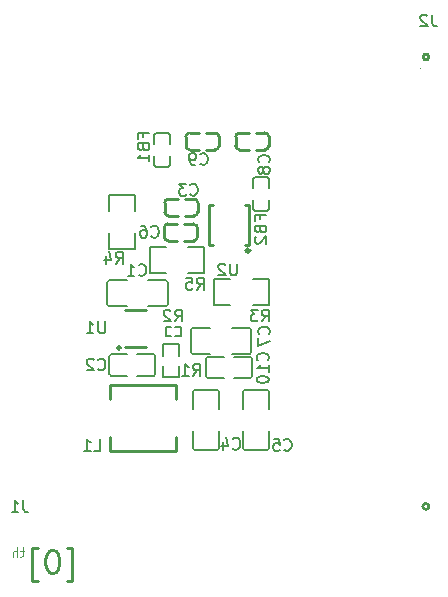
<source format=gbo>
G04 #@! TF.GenerationSoftware,KiCad,Pcbnew,7.0.5-0*
G04 #@! TF.CreationDate,2024-12-03T11:17:58-08:00*
G04 #@! TF.ProjectId,MilkVHat,4d696c6b-5648-4617-942e-6b696361645f,rev?*
G04 #@! TF.SameCoordinates,PX5f5e100PY5f5e100*
G04 #@! TF.FileFunction,Legend,Bot*
G04 #@! TF.FilePolarity,Positive*
%FSLAX46Y46*%
G04 Gerber Fmt 4.6, Leading zero omitted, Abs format (unit mm)*
G04 Created by KiCad (PCBNEW 7.0.5-0) date 2024-12-03 11:17:58*
%MOMM*%
%LPD*%
G01*
G04 APERTURE LIST*
%ADD10C,0.250000*%
%ADD11C,0.110000*%
%ADD12C,0.150000*%
%ADD13C,0.152400*%
%ADD14C,0.151994*%
%ADD15C,0.254000*%
%ADD16C,0.059995*%
%ADD17C,0.300000*%
G04 APERTURE END LIST*
D10*
X8312907Y1541095D02*
X8789098Y1541095D01*
X8789098Y1541095D02*
X8789098Y4398238D01*
X8789098Y4398238D02*
X8312907Y4398238D01*
X7170051Y4207761D02*
X6979574Y4207761D01*
X6979574Y4207761D02*
X6789098Y4112523D01*
X6789098Y4112523D02*
X6693860Y4017285D01*
X6693860Y4017285D02*
X6598622Y3826809D01*
X6598622Y3826809D02*
X6503384Y3445857D01*
X6503384Y3445857D02*
X6503384Y2969666D01*
X6503384Y2969666D02*
X6598622Y2588714D01*
X6598622Y2588714D02*
X6693860Y2398238D01*
X6693860Y2398238D02*
X6789098Y2302999D01*
X6789098Y2302999D02*
X6979574Y2207761D01*
X6979574Y2207761D02*
X7170051Y2207761D01*
X7170051Y2207761D02*
X7360527Y2302999D01*
X7360527Y2302999D02*
X7455765Y2398238D01*
X7455765Y2398238D02*
X7551003Y2588714D01*
X7551003Y2588714D02*
X7646241Y2969666D01*
X7646241Y2969666D02*
X7646241Y3445857D01*
X7646241Y3445857D02*
X7551003Y3826809D01*
X7551003Y3826809D02*
X7455765Y4017285D01*
X7455765Y4017285D02*
X7360527Y4112523D01*
X7360527Y4112523D02*
X7170051Y4207761D01*
X5836717Y1541095D02*
X5360527Y1541095D01*
X5360527Y1541095D02*
X5360527Y4398238D01*
X5360527Y4398238D02*
X5836717Y4398238D01*
D11*
X4676441Y4136958D02*
X4371679Y4136958D01*
X4562155Y4403624D02*
X4562155Y3717910D01*
X4562155Y3717910D02*
X4524060Y3641719D01*
X4524060Y3641719D02*
X4447870Y3603624D01*
X4447870Y3603624D02*
X4371679Y3603624D01*
X4105012Y3603624D02*
X4105012Y4403624D01*
X3762155Y3603624D02*
X3762155Y4022672D01*
X3762155Y4022672D02*
X3800250Y4098862D01*
X3800250Y4098862D02*
X3876441Y4136958D01*
X3876441Y4136958D02*
X3990727Y4136958D01*
X3990727Y4136958D02*
X4066917Y4098862D01*
X4066917Y4098862D02*
X4105012Y4060767D01*
D12*
X14781009Y39133334D02*
X14781009Y39466667D01*
X15304819Y39466667D02*
X14304819Y39466667D01*
X14304819Y39466667D02*
X14304819Y38990477D01*
X14781009Y38276191D02*
X14828628Y38133334D01*
X14828628Y38133334D02*
X14876247Y38085715D01*
X14876247Y38085715D02*
X14971485Y38038096D01*
X14971485Y38038096D02*
X15114342Y38038096D01*
X15114342Y38038096D02*
X15209580Y38085715D01*
X15209580Y38085715D02*
X15257200Y38133334D01*
X15257200Y38133334D02*
X15304819Y38228572D01*
X15304819Y38228572D02*
X15304819Y38609524D01*
X15304819Y38609524D02*
X14304819Y38609524D01*
X14304819Y38609524D02*
X14304819Y38276191D01*
X14304819Y38276191D02*
X14352438Y38180953D01*
X14352438Y38180953D02*
X14400057Y38133334D01*
X14400057Y38133334D02*
X14495295Y38085715D01*
X14495295Y38085715D02*
X14590533Y38085715D01*
X14590533Y38085715D02*
X14685771Y38133334D01*
X14685771Y38133334D02*
X14733390Y38180953D01*
X14733390Y38180953D02*
X14781009Y38276191D01*
X14781009Y38276191D02*
X14781009Y38609524D01*
X15304819Y37085715D02*
X15304819Y37657143D01*
X15304819Y37371429D02*
X14304819Y37371429D01*
X14304819Y37371429D02*
X14447676Y37466667D01*
X14447676Y37466667D02*
X14542914Y37561905D01*
X14542914Y37561905D02*
X14590533Y37657143D01*
X18766666Y34290420D02*
X18814285Y34242800D01*
X18814285Y34242800D02*
X18957142Y34195181D01*
X18957142Y34195181D02*
X19052380Y34195181D01*
X19052380Y34195181D02*
X19195237Y34242800D01*
X19195237Y34242800D02*
X19290475Y34338039D01*
X19290475Y34338039D02*
X19338094Y34433277D01*
X19338094Y34433277D02*
X19385713Y34623753D01*
X19385713Y34623753D02*
X19385713Y34766610D01*
X19385713Y34766610D02*
X19338094Y34957086D01*
X19338094Y34957086D02*
X19290475Y35052324D01*
X19290475Y35052324D02*
X19195237Y35147562D01*
X19195237Y35147562D02*
X19052380Y35195181D01*
X19052380Y35195181D02*
X18957142Y35195181D01*
X18957142Y35195181D02*
X18814285Y35147562D01*
X18814285Y35147562D02*
X18766666Y35099943D01*
X18433332Y35195181D02*
X17814285Y35195181D01*
X17814285Y35195181D02*
X18147618Y34814229D01*
X18147618Y34814229D02*
X18004761Y34814229D01*
X18004761Y34814229D02*
X17909523Y34766610D01*
X17909523Y34766610D02*
X17861904Y34718991D01*
X17861904Y34718991D02*
X17814285Y34623753D01*
X17814285Y34623753D02*
X17814285Y34385658D01*
X17814285Y34385658D02*
X17861904Y34290420D01*
X17861904Y34290420D02*
X17909523Y34242800D01*
X17909523Y34242800D02*
X18004761Y34195181D01*
X18004761Y34195181D02*
X18290475Y34195181D01*
X18290475Y34195181D02*
X18385713Y34242800D01*
X18385713Y34242800D02*
X18433332Y34290420D01*
X24816666Y23545181D02*
X25149999Y24021372D01*
X25388094Y23545181D02*
X25388094Y24545181D01*
X25388094Y24545181D02*
X25007142Y24545181D01*
X25007142Y24545181D02*
X24911904Y24497562D01*
X24911904Y24497562D02*
X24864285Y24449943D01*
X24864285Y24449943D02*
X24816666Y24354705D01*
X24816666Y24354705D02*
X24816666Y24211848D01*
X24816666Y24211848D02*
X24864285Y24116610D01*
X24864285Y24116610D02*
X24911904Y24068991D01*
X24911904Y24068991D02*
X25007142Y24021372D01*
X25007142Y24021372D02*
X25388094Y24021372D01*
X24483332Y24545181D02*
X23864285Y24545181D01*
X23864285Y24545181D02*
X24197618Y24164229D01*
X24197618Y24164229D02*
X24054761Y24164229D01*
X24054761Y24164229D02*
X23959523Y24116610D01*
X23959523Y24116610D02*
X23911904Y24068991D01*
X23911904Y24068991D02*
X23864285Y23973753D01*
X23864285Y23973753D02*
X23864285Y23735658D01*
X23864285Y23735658D02*
X23911904Y23640420D01*
X23911904Y23640420D02*
X23959523Y23592800D01*
X23959523Y23592800D02*
X24054761Y23545181D01*
X24054761Y23545181D02*
X24340475Y23545181D01*
X24340475Y23545181D02*
X24435713Y23592800D01*
X24435713Y23592800D02*
X24483332Y23640420D01*
X19016666Y18945181D02*
X19349999Y19421372D01*
X19588094Y18945181D02*
X19588094Y19945181D01*
X19588094Y19945181D02*
X19207142Y19945181D01*
X19207142Y19945181D02*
X19111904Y19897562D01*
X19111904Y19897562D02*
X19064285Y19849943D01*
X19064285Y19849943D02*
X19016666Y19754705D01*
X19016666Y19754705D02*
X19016666Y19611848D01*
X19016666Y19611848D02*
X19064285Y19516610D01*
X19064285Y19516610D02*
X19111904Y19468991D01*
X19111904Y19468991D02*
X19207142Y19421372D01*
X19207142Y19421372D02*
X19588094Y19421372D01*
X18064285Y18945181D02*
X18635713Y18945181D01*
X18349999Y18945181D02*
X18349999Y19945181D01*
X18349999Y19945181D02*
X18445237Y19802324D01*
X18445237Y19802324D02*
X18540475Y19707086D01*
X18540475Y19707086D02*
X18635713Y19659467D01*
X26716666Y12690420D02*
X26764285Y12642800D01*
X26764285Y12642800D02*
X26907142Y12595181D01*
X26907142Y12595181D02*
X27002380Y12595181D01*
X27002380Y12595181D02*
X27145237Y12642800D01*
X27145237Y12642800D02*
X27240475Y12738039D01*
X27240475Y12738039D02*
X27288094Y12833277D01*
X27288094Y12833277D02*
X27335713Y13023753D01*
X27335713Y13023753D02*
X27335713Y13166610D01*
X27335713Y13166610D02*
X27288094Y13357086D01*
X27288094Y13357086D02*
X27240475Y13452324D01*
X27240475Y13452324D02*
X27145237Y13547562D01*
X27145237Y13547562D02*
X27002380Y13595181D01*
X27002380Y13595181D02*
X26907142Y13595181D01*
X26907142Y13595181D02*
X26764285Y13547562D01*
X26764285Y13547562D02*
X26716666Y13499943D01*
X25811904Y13595181D02*
X26288094Y13595181D01*
X26288094Y13595181D02*
X26335713Y13118991D01*
X26335713Y13118991D02*
X26288094Y13166610D01*
X26288094Y13166610D02*
X26192856Y13214229D01*
X26192856Y13214229D02*
X25954761Y13214229D01*
X25954761Y13214229D02*
X25859523Y13166610D01*
X25859523Y13166610D02*
X25811904Y13118991D01*
X25811904Y13118991D02*
X25764285Y13023753D01*
X25764285Y13023753D02*
X25764285Y12785658D01*
X25764285Y12785658D02*
X25811904Y12690420D01*
X25811904Y12690420D02*
X25859523Y12642800D01*
X25859523Y12642800D02*
X25954761Y12595181D01*
X25954761Y12595181D02*
X26192856Y12595181D01*
X26192856Y12595181D02*
X26288094Y12642800D01*
X26288094Y12642800D02*
X26335713Y12690420D01*
X10966666Y19490419D02*
X11014285Y19442799D01*
X11014285Y19442799D02*
X11157142Y19395180D01*
X11157142Y19395180D02*
X11252380Y19395180D01*
X11252380Y19395180D02*
X11395237Y19442799D01*
X11395237Y19442799D02*
X11490475Y19538038D01*
X11490475Y19538038D02*
X11538094Y19633276D01*
X11538094Y19633276D02*
X11585713Y19823752D01*
X11585713Y19823752D02*
X11585713Y19966609D01*
X11585713Y19966609D02*
X11538094Y20157085D01*
X11538094Y20157085D02*
X11490475Y20252323D01*
X11490475Y20252323D02*
X11395237Y20347561D01*
X11395237Y20347561D02*
X11252380Y20395180D01*
X11252380Y20395180D02*
X11157142Y20395180D01*
X11157142Y20395180D02*
X11014285Y20347561D01*
X11014285Y20347561D02*
X10966666Y20299942D01*
X10585713Y20299942D02*
X10538094Y20347561D01*
X10538094Y20347561D02*
X10442856Y20395180D01*
X10442856Y20395180D02*
X10204761Y20395180D01*
X10204761Y20395180D02*
X10109523Y20347561D01*
X10109523Y20347561D02*
X10061904Y20299942D01*
X10061904Y20299942D02*
X10014285Y20204704D01*
X10014285Y20204704D02*
X10014285Y20109466D01*
X10014285Y20109466D02*
X10061904Y19966609D01*
X10061904Y19966609D02*
X10633332Y19395180D01*
X10633332Y19395180D02*
X10014285Y19395180D01*
X10616666Y12595180D02*
X11092856Y12595180D01*
X11092856Y12595180D02*
X11092856Y13595180D01*
X9759523Y12595180D02*
X10330951Y12595180D01*
X10045237Y12595180D02*
X10045237Y13595180D01*
X10045237Y13595180D02*
X10140475Y13452323D01*
X10140475Y13452323D02*
X10235713Y13357085D01*
X10235713Y13357085D02*
X10330951Y13309466D01*
X25309580Y20242858D02*
X25357200Y20290477D01*
X25357200Y20290477D02*
X25404819Y20433334D01*
X25404819Y20433334D02*
X25404819Y20528572D01*
X25404819Y20528572D02*
X25357200Y20671429D01*
X25357200Y20671429D02*
X25261961Y20766667D01*
X25261961Y20766667D02*
X25166723Y20814286D01*
X25166723Y20814286D02*
X24976247Y20861905D01*
X24976247Y20861905D02*
X24833390Y20861905D01*
X24833390Y20861905D02*
X24642914Y20814286D01*
X24642914Y20814286D02*
X24547676Y20766667D01*
X24547676Y20766667D02*
X24452438Y20671429D01*
X24452438Y20671429D02*
X24404819Y20528572D01*
X24404819Y20528572D02*
X24404819Y20433334D01*
X24404819Y20433334D02*
X24452438Y20290477D01*
X24452438Y20290477D02*
X24500057Y20242858D01*
X25404819Y19290477D02*
X25404819Y19861905D01*
X25404819Y19576191D02*
X24404819Y19576191D01*
X24404819Y19576191D02*
X24547676Y19671429D01*
X24547676Y19671429D02*
X24642914Y19766667D01*
X24642914Y19766667D02*
X24690533Y19861905D01*
X24404819Y18671429D02*
X24404819Y18576191D01*
X24404819Y18576191D02*
X24452438Y18480953D01*
X24452438Y18480953D02*
X24500057Y18433334D01*
X24500057Y18433334D02*
X24595295Y18385715D01*
X24595295Y18385715D02*
X24785771Y18338096D01*
X24785771Y18338096D02*
X25023866Y18338096D01*
X25023866Y18338096D02*
X25214342Y18385715D01*
X25214342Y18385715D02*
X25309580Y18433334D01*
X25309580Y18433334D02*
X25357200Y18480953D01*
X25357200Y18480953D02*
X25404819Y18576191D01*
X25404819Y18576191D02*
X25404819Y18671429D01*
X25404819Y18671429D02*
X25357200Y18766667D01*
X25357200Y18766667D02*
X25309580Y18814286D01*
X25309580Y18814286D02*
X25214342Y18861905D01*
X25214342Y18861905D02*
X25023866Y18909524D01*
X25023866Y18909524D02*
X24785771Y18909524D01*
X24785771Y18909524D02*
X24595295Y18861905D01*
X24595295Y18861905D02*
X24500057Y18814286D01*
X24500057Y18814286D02*
X24452438Y18766667D01*
X24452438Y18766667D02*
X24404819Y18671429D01*
X11561904Y23545180D02*
X11561904Y22735657D01*
X11561904Y22735657D02*
X11514285Y22640419D01*
X11514285Y22640419D02*
X11466666Y22592799D01*
X11466666Y22592799D02*
X11371428Y22545180D01*
X11371428Y22545180D02*
X11180952Y22545180D01*
X11180952Y22545180D02*
X11085714Y22592799D01*
X11085714Y22592799D02*
X11038095Y22640419D01*
X11038095Y22640419D02*
X10990476Y22735657D01*
X10990476Y22735657D02*
X10990476Y23545180D01*
X9990476Y22545180D02*
X10561904Y22545180D01*
X10276190Y22545180D02*
X10276190Y23545180D01*
X10276190Y23545180D02*
X10371428Y23402323D01*
X10371428Y23402323D02*
X10466666Y23307085D01*
X10466666Y23307085D02*
X10561904Y23259466D01*
X22711904Y28445181D02*
X22711904Y27635658D01*
X22711904Y27635658D02*
X22664285Y27540420D01*
X22664285Y27540420D02*
X22616666Y27492800D01*
X22616666Y27492800D02*
X22521428Y27445181D01*
X22521428Y27445181D02*
X22330952Y27445181D01*
X22330952Y27445181D02*
X22235714Y27492800D01*
X22235714Y27492800D02*
X22188095Y27540420D01*
X22188095Y27540420D02*
X22140476Y27635658D01*
X22140476Y27635658D02*
X22140476Y28445181D01*
X21711904Y28349943D02*
X21664285Y28397562D01*
X21664285Y28397562D02*
X21569047Y28445181D01*
X21569047Y28445181D02*
X21330952Y28445181D01*
X21330952Y28445181D02*
X21235714Y28397562D01*
X21235714Y28397562D02*
X21188095Y28349943D01*
X21188095Y28349943D02*
X21140476Y28254705D01*
X21140476Y28254705D02*
X21140476Y28159467D01*
X21140476Y28159467D02*
X21188095Y28016610D01*
X21188095Y28016610D02*
X21759523Y27445181D01*
X21759523Y27445181D02*
X21140476Y27445181D01*
X39239333Y49520309D02*
X39239333Y48806024D01*
X39239333Y48806024D02*
X39286952Y48663167D01*
X39286952Y48663167D02*
X39382190Y48567928D01*
X39382190Y48567928D02*
X39525047Y48520309D01*
X39525047Y48520309D02*
X39620285Y48520309D01*
X38810761Y49425071D02*
X38763142Y49472690D01*
X38763142Y49472690D02*
X38667904Y49520309D01*
X38667904Y49520309D02*
X38429809Y49520309D01*
X38429809Y49520309D02*
X38334571Y49472690D01*
X38334571Y49472690D02*
X38286952Y49425071D01*
X38286952Y49425071D02*
X38239333Y49329833D01*
X38239333Y49329833D02*
X38239333Y49234595D01*
X38239333Y49234595D02*
X38286952Y49091738D01*
X38286952Y49091738D02*
X38858380Y48520309D01*
X38858380Y48520309D02*
X38239333Y48520309D01*
X24681009Y32183334D02*
X24681009Y32516667D01*
X25204819Y32516667D02*
X24204819Y32516667D01*
X24204819Y32516667D02*
X24204819Y32040477D01*
X24681009Y31326191D02*
X24728628Y31183334D01*
X24728628Y31183334D02*
X24776247Y31135715D01*
X24776247Y31135715D02*
X24871485Y31088096D01*
X24871485Y31088096D02*
X25014342Y31088096D01*
X25014342Y31088096D02*
X25109580Y31135715D01*
X25109580Y31135715D02*
X25157200Y31183334D01*
X25157200Y31183334D02*
X25204819Y31278572D01*
X25204819Y31278572D02*
X25204819Y31659524D01*
X25204819Y31659524D02*
X24204819Y31659524D01*
X24204819Y31659524D02*
X24204819Y31326191D01*
X24204819Y31326191D02*
X24252438Y31230953D01*
X24252438Y31230953D02*
X24300057Y31183334D01*
X24300057Y31183334D02*
X24395295Y31135715D01*
X24395295Y31135715D02*
X24490533Y31135715D01*
X24490533Y31135715D02*
X24585771Y31183334D01*
X24585771Y31183334D02*
X24633390Y31230953D01*
X24633390Y31230953D02*
X24681009Y31326191D01*
X24681009Y31326191D02*
X24681009Y31659524D01*
X24300057Y30707143D02*
X24252438Y30659524D01*
X24252438Y30659524D02*
X24204819Y30564286D01*
X24204819Y30564286D02*
X24204819Y30326191D01*
X24204819Y30326191D02*
X24252438Y30230953D01*
X24252438Y30230953D02*
X24300057Y30183334D01*
X24300057Y30183334D02*
X24395295Y30135715D01*
X24395295Y30135715D02*
X24490533Y30135715D01*
X24490533Y30135715D02*
X24633390Y30183334D01*
X24633390Y30183334D02*
X25204819Y30754762D01*
X25204819Y30754762D02*
X25204819Y30135715D01*
X19616666Y36890420D02*
X19664285Y36842800D01*
X19664285Y36842800D02*
X19807142Y36795181D01*
X19807142Y36795181D02*
X19902380Y36795181D01*
X19902380Y36795181D02*
X20045237Y36842800D01*
X20045237Y36842800D02*
X20140475Y36938039D01*
X20140475Y36938039D02*
X20188094Y37033277D01*
X20188094Y37033277D02*
X20235713Y37223753D01*
X20235713Y37223753D02*
X20235713Y37366610D01*
X20235713Y37366610D02*
X20188094Y37557086D01*
X20188094Y37557086D02*
X20140475Y37652324D01*
X20140475Y37652324D02*
X20045237Y37747562D01*
X20045237Y37747562D02*
X19902380Y37795181D01*
X19902380Y37795181D02*
X19807142Y37795181D01*
X19807142Y37795181D02*
X19664285Y37747562D01*
X19664285Y37747562D02*
X19616666Y37699943D01*
X19140475Y36795181D02*
X18949999Y36795181D01*
X18949999Y36795181D02*
X18854761Y36842800D01*
X18854761Y36842800D02*
X18807142Y36890420D01*
X18807142Y36890420D02*
X18711904Y37033277D01*
X18711904Y37033277D02*
X18664285Y37223753D01*
X18664285Y37223753D02*
X18664285Y37604705D01*
X18664285Y37604705D02*
X18711904Y37699943D01*
X18711904Y37699943D02*
X18759523Y37747562D01*
X18759523Y37747562D02*
X18854761Y37795181D01*
X18854761Y37795181D02*
X19045237Y37795181D01*
X19045237Y37795181D02*
X19140475Y37747562D01*
X19140475Y37747562D02*
X19188094Y37699943D01*
X19188094Y37699943D02*
X19235713Y37604705D01*
X19235713Y37604705D02*
X19235713Y37366610D01*
X19235713Y37366610D02*
X19188094Y37271372D01*
X19188094Y37271372D02*
X19140475Y37223753D01*
X19140475Y37223753D02*
X19045237Y37176134D01*
X19045237Y37176134D02*
X18854761Y37176134D01*
X18854761Y37176134D02*
X18759523Y37223753D01*
X18759523Y37223753D02*
X18711904Y37271372D01*
X18711904Y37271372D02*
X18664285Y37366610D01*
X25409580Y22466667D02*
X25457200Y22514286D01*
X25457200Y22514286D02*
X25504819Y22657143D01*
X25504819Y22657143D02*
X25504819Y22752381D01*
X25504819Y22752381D02*
X25457200Y22895238D01*
X25457200Y22895238D02*
X25361961Y22990476D01*
X25361961Y22990476D02*
X25266723Y23038095D01*
X25266723Y23038095D02*
X25076247Y23085714D01*
X25076247Y23085714D02*
X24933390Y23085714D01*
X24933390Y23085714D02*
X24742914Y23038095D01*
X24742914Y23038095D02*
X24647676Y22990476D01*
X24647676Y22990476D02*
X24552438Y22895238D01*
X24552438Y22895238D02*
X24504819Y22752381D01*
X24504819Y22752381D02*
X24504819Y22657143D01*
X24504819Y22657143D02*
X24552438Y22514286D01*
X24552438Y22514286D02*
X24600057Y22466667D01*
X24504819Y22133333D02*
X24504819Y21466667D01*
X24504819Y21466667D02*
X25504819Y21895238D01*
X22366666Y12790420D02*
X22414285Y12742800D01*
X22414285Y12742800D02*
X22557142Y12695181D01*
X22557142Y12695181D02*
X22652380Y12695181D01*
X22652380Y12695181D02*
X22795237Y12742800D01*
X22795237Y12742800D02*
X22890475Y12838039D01*
X22890475Y12838039D02*
X22938094Y12933277D01*
X22938094Y12933277D02*
X22985713Y13123753D01*
X22985713Y13123753D02*
X22985713Y13266610D01*
X22985713Y13266610D02*
X22938094Y13457086D01*
X22938094Y13457086D02*
X22890475Y13552324D01*
X22890475Y13552324D02*
X22795237Y13647562D01*
X22795237Y13647562D02*
X22652380Y13695181D01*
X22652380Y13695181D02*
X22557142Y13695181D01*
X22557142Y13695181D02*
X22414285Y13647562D01*
X22414285Y13647562D02*
X22366666Y13599943D01*
X21509523Y13361848D02*
X21509523Y12695181D01*
X21747618Y13742800D02*
X21985713Y13028515D01*
X21985713Y13028515D02*
X21366666Y13028515D01*
X12466666Y28445180D02*
X12799999Y28921371D01*
X13038094Y28445180D02*
X13038094Y29445180D01*
X13038094Y29445180D02*
X12657142Y29445180D01*
X12657142Y29445180D02*
X12561904Y29397561D01*
X12561904Y29397561D02*
X12514285Y29349942D01*
X12514285Y29349942D02*
X12466666Y29254704D01*
X12466666Y29254704D02*
X12466666Y29111847D01*
X12466666Y29111847D02*
X12514285Y29016609D01*
X12514285Y29016609D02*
X12561904Y28968990D01*
X12561904Y28968990D02*
X12657142Y28921371D01*
X12657142Y28921371D02*
X13038094Y28921371D01*
X11609523Y29111847D02*
X11609523Y28445180D01*
X11847618Y29492799D02*
X12085713Y28778514D01*
X12085713Y28778514D02*
X11466666Y28778514D01*
X17466666Y23545180D02*
X17799999Y24021371D01*
X18038094Y23545180D02*
X18038094Y24545180D01*
X18038094Y24545180D02*
X17657142Y24545180D01*
X17657142Y24545180D02*
X17561904Y24497561D01*
X17561904Y24497561D02*
X17514285Y24449942D01*
X17514285Y24449942D02*
X17466666Y24354704D01*
X17466666Y24354704D02*
X17466666Y24211847D01*
X17466666Y24211847D02*
X17514285Y24116609D01*
X17514285Y24116609D02*
X17561904Y24068990D01*
X17561904Y24068990D02*
X17657142Y24021371D01*
X17657142Y24021371D02*
X18038094Y24021371D01*
X17085713Y24449942D02*
X17038094Y24497561D01*
X17038094Y24497561D02*
X16942856Y24545180D01*
X16942856Y24545180D02*
X16704761Y24545180D01*
X16704761Y24545180D02*
X16609523Y24497561D01*
X16609523Y24497561D02*
X16561904Y24449942D01*
X16561904Y24449942D02*
X16514285Y24354704D01*
X16514285Y24354704D02*
X16514285Y24259466D01*
X16514285Y24259466D02*
X16561904Y24116609D01*
X16561904Y24116609D02*
X17133332Y23545180D01*
X17133332Y23545180D02*
X16514285Y23545180D01*
X19316666Y26245180D02*
X19649999Y26721371D01*
X19888094Y26245180D02*
X19888094Y27245180D01*
X19888094Y27245180D02*
X19507142Y27245180D01*
X19507142Y27245180D02*
X19411904Y27197561D01*
X19411904Y27197561D02*
X19364285Y27149942D01*
X19364285Y27149942D02*
X19316666Y27054704D01*
X19316666Y27054704D02*
X19316666Y26911847D01*
X19316666Y26911847D02*
X19364285Y26816609D01*
X19364285Y26816609D02*
X19411904Y26768990D01*
X19411904Y26768990D02*
X19507142Y26721371D01*
X19507142Y26721371D02*
X19888094Y26721371D01*
X18411904Y27245180D02*
X18888094Y27245180D01*
X18888094Y27245180D02*
X18935713Y26768990D01*
X18935713Y26768990D02*
X18888094Y26816609D01*
X18888094Y26816609D02*
X18792856Y26864228D01*
X18792856Y26864228D02*
X18554761Y26864228D01*
X18554761Y26864228D02*
X18459523Y26816609D01*
X18459523Y26816609D02*
X18411904Y26768990D01*
X18411904Y26768990D02*
X18364285Y26673752D01*
X18364285Y26673752D02*
X18364285Y26435657D01*
X18364285Y26435657D02*
X18411904Y26340419D01*
X18411904Y26340419D02*
X18459523Y26292799D01*
X18459523Y26292799D02*
X18554761Y26245180D01*
X18554761Y26245180D02*
X18792856Y26245180D01*
X18792856Y26245180D02*
X18888094Y26292799D01*
X18888094Y26292799D02*
X18935713Y26340419D01*
X15466666Y30740419D02*
X15514285Y30692799D01*
X15514285Y30692799D02*
X15657142Y30645180D01*
X15657142Y30645180D02*
X15752380Y30645180D01*
X15752380Y30645180D02*
X15895237Y30692799D01*
X15895237Y30692799D02*
X15990475Y30788038D01*
X15990475Y30788038D02*
X16038094Y30883276D01*
X16038094Y30883276D02*
X16085713Y31073752D01*
X16085713Y31073752D02*
X16085713Y31216609D01*
X16085713Y31216609D02*
X16038094Y31407085D01*
X16038094Y31407085D02*
X15990475Y31502323D01*
X15990475Y31502323D02*
X15895237Y31597561D01*
X15895237Y31597561D02*
X15752380Y31645180D01*
X15752380Y31645180D02*
X15657142Y31645180D01*
X15657142Y31645180D02*
X15514285Y31597561D01*
X15514285Y31597561D02*
X15466666Y31549942D01*
X14609523Y31645180D02*
X14799999Y31645180D01*
X14799999Y31645180D02*
X14895237Y31597561D01*
X14895237Y31597561D02*
X14942856Y31549942D01*
X14942856Y31549942D02*
X15038094Y31407085D01*
X15038094Y31407085D02*
X15085713Y31216609D01*
X15085713Y31216609D02*
X15085713Y30835657D01*
X15085713Y30835657D02*
X15038094Y30740419D01*
X15038094Y30740419D02*
X14990475Y30692799D01*
X14990475Y30692799D02*
X14895237Y30645180D01*
X14895237Y30645180D02*
X14704761Y30645180D01*
X14704761Y30645180D02*
X14609523Y30692799D01*
X14609523Y30692799D02*
X14561904Y30740419D01*
X14561904Y30740419D02*
X14514285Y30835657D01*
X14514285Y30835657D02*
X14514285Y31073752D01*
X14514285Y31073752D02*
X14561904Y31168990D01*
X14561904Y31168990D02*
X14609523Y31216609D01*
X14609523Y31216609D02*
X14704761Y31264228D01*
X14704761Y31264228D02*
X14895237Y31264228D01*
X14895237Y31264228D02*
X14990475Y31216609D01*
X14990475Y31216609D02*
X15038094Y31168990D01*
X15038094Y31168990D02*
X15085713Y31073752D01*
X4633333Y8395182D02*
X4633333Y7680897D01*
X4633333Y7680897D02*
X4680952Y7538040D01*
X4680952Y7538040D02*
X4776190Y7442801D01*
X4776190Y7442801D02*
X4919047Y7395182D01*
X4919047Y7395182D02*
X5014285Y7395182D01*
X3633333Y7395182D02*
X4204761Y7395182D01*
X3919047Y7395182D02*
X3919047Y8395182D01*
X3919047Y8395182D02*
X4014285Y8252325D01*
X4014285Y8252325D02*
X4109523Y8157087D01*
X4109523Y8157087D02*
X4204761Y8109468D01*
X14416666Y27490419D02*
X14464285Y27442799D01*
X14464285Y27442799D02*
X14607142Y27395180D01*
X14607142Y27395180D02*
X14702380Y27395180D01*
X14702380Y27395180D02*
X14845237Y27442799D01*
X14845237Y27442799D02*
X14940475Y27538038D01*
X14940475Y27538038D02*
X14988094Y27633276D01*
X14988094Y27633276D02*
X15035713Y27823752D01*
X15035713Y27823752D02*
X15035713Y27966609D01*
X15035713Y27966609D02*
X14988094Y28157085D01*
X14988094Y28157085D02*
X14940475Y28252323D01*
X14940475Y28252323D02*
X14845237Y28347561D01*
X14845237Y28347561D02*
X14702380Y28395180D01*
X14702380Y28395180D02*
X14607142Y28395180D01*
X14607142Y28395180D02*
X14464285Y28347561D01*
X14464285Y28347561D02*
X14416666Y28299942D01*
X13464285Y27395180D02*
X14035713Y27395180D01*
X13749999Y27395180D02*
X13749999Y28395180D01*
X13749999Y28395180D02*
X13845237Y28252323D01*
X13845237Y28252323D02*
X13940475Y28157085D01*
X13940475Y28157085D02*
X14035713Y28109466D01*
X25409580Y37016667D02*
X25457200Y37064286D01*
X25457200Y37064286D02*
X25504819Y37207143D01*
X25504819Y37207143D02*
X25504819Y37302381D01*
X25504819Y37302381D02*
X25457200Y37445238D01*
X25457200Y37445238D02*
X25361961Y37540476D01*
X25361961Y37540476D02*
X25266723Y37588095D01*
X25266723Y37588095D02*
X25076247Y37635714D01*
X25076247Y37635714D02*
X24933390Y37635714D01*
X24933390Y37635714D02*
X24742914Y37588095D01*
X24742914Y37588095D02*
X24647676Y37540476D01*
X24647676Y37540476D02*
X24552438Y37445238D01*
X24552438Y37445238D02*
X24504819Y37302381D01*
X24504819Y37302381D02*
X24504819Y37207143D01*
X24504819Y37207143D02*
X24552438Y37064286D01*
X24552438Y37064286D02*
X24600057Y37016667D01*
X24933390Y36445238D02*
X24885771Y36540476D01*
X24885771Y36540476D02*
X24838152Y36588095D01*
X24838152Y36588095D02*
X24742914Y36635714D01*
X24742914Y36635714D02*
X24695295Y36635714D01*
X24695295Y36635714D02*
X24600057Y36588095D01*
X24600057Y36588095D02*
X24552438Y36540476D01*
X24552438Y36540476D02*
X24504819Y36445238D01*
X24504819Y36445238D02*
X24504819Y36254762D01*
X24504819Y36254762D02*
X24552438Y36159524D01*
X24552438Y36159524D02*
X24600057Y36111905D01*
X24600057Y36111905D02*
X24695295Y36064286D01*
X24695295Y36064286D02*
X24742914Y36064286D01*
X24742914Y36064286D02*
X24838152Y36111905D01*
X24838152Y36111905D02*
X24885771Y36159524D01*
X24885771Y36159524D02*
X24933390Y36254762D01*
X24933390Y36254762D02*
X24933390Y36445238D01*
X24933390Y36445238D02*
X24981009Y36540476D01*
X24981009Y36540476D02*
X25028628Y36588095D01*
X25028628Y36588095D02*
X25123866Y36635714D01*
X25123866Y36635714D02*
X25314342Y36635714D01*
X25314342Y36635714D02*
X25409580Y36588095D01*
X25409580Y36588095D02*
X25457200Y36540476D01*
X25457200Y36540476D02*
X25504819Y36445238D01*
X25504819Y36445238D02*
X25504819Y36254762D01*
X25504819Y36254762D02*
X25457200Y36159524D01*
X25457200Y36159524D02*
X25409580Y36111905D01*
X25409580Y36111905D02*
X25314342Y36064286D01*
X25314342Y36064286D02*
X25123866Y36064286D01*
X25123866Y36064286D02*
X25028628Y36111905D01*
X25028628Y36111905D02*
X24981009Y36159524D01*
X24981009Y36159524D02*
X24933390Y36254762D01*
D13*
X15850991Y36625895D02*
X16867424Y36625895D01*
X16867424Y36625895D02*
X17019850Y36778321D01*
X15698641Y36778321D02*
X15850991Y36625895D01*
D14*
X15698641Y36778321D02*
X15698641Y37540323D01*
X17019850Y36778321D02*
X17019850Y37540323D01*
X15698641Y39308344D02*
X15698641Y38546342D01*
X17019850Y39308344D02*
X17019850Y38546342D01*
D13*
X17019850Y39308344D02*
X16867424Y39460643D01*
X15850991Y39460643D02*
X15698641Y39308344D01*
X16867424Y39460643D02*
X15850991Y39460643D01*
D15*
X16594539Y32794386D02*
X16594539Y33594360D01*
X17704369Y33904165D02*
X16904369Y33904165D01*
X17704369Y32484556D02*
X16904369Y32484556D01*
X18280264Y33910032D02*
X19080239Y33910032D01*
X18280264Y32490372D02*
X19080239Y32490372D01*
X19390018Y32800228D02*
X19390018Y33600253D01*
X16904318Y33904215D02*
G75*
G03*
X16594489Y33594361I1J-309830D01*
G01*
X16594488Y32794386D02*
G75*
G03*
X16904318Y32484556I309830J0D01*
G01*
X19390033Y33600202D02*
G75*
G03*
X19080188Y33910032I-309833J-3D01*
G01*
X19080188Y32490371D02*
G75*
G03*
X19390018Y32800227I-8J309838D01*
G01*
D13*
X20788875Y27129096D02*
X20788875Y24970904D01*
X20788875Y24970904D02*
X22148793Y24970904D01*
X22148793Y27129096D02*
X20788875Y27129096D01*
X24051207Y27129096D02*
X25411125Y27129096D01*
X25411125Y27129096D02*
X25411125Y24970904D01*
X25411125Y24970904D02*
X24051207Y24970904D01*
X16464395Y18839909D02*
X17785605Y18839909D01*
X17785605Y18839909D02*
X17785605Y19798786D01*
X16464395Y19798786D02*
X16464395Y18839909D01*
X16464395Y20651212D02*
X16464395Y21610089D01*
X16464395Y21610089D02*
X17785605Y21610089D01*
X17785605Y21610089D02*
X17785605Y20651212D01*
X23359792Y12636398D02*
X25240208Y12636398D01*
X25392609Y12788799D02*
X25392609Y14273787D01*
X23207391Y14273787D02*
X23207391Y12788799D01*
X23207391Y16126213D02*
X23207391Y17611201D01*
X25392609Y17611201D02*
X25392609Y16126213D01*
X23359792Y17763602D02*
X25240208Y17763602D01*
X23207391Y12788799D02*
G75*
G03*
X23359792Y12636398I152400J-1D01*
G01*
X25240208Y12636398D02*
G75*
G03*
X25392609Y12788799I1J152400D01*
G01*
X23359792Y17763609D02*
G75*
G03*
X23207391Y17611201I8J-152409D01*
G01*
X25392602Y17611201D02*
G75*
G03*
X25240208Y17763602I-152402J-1D01*
G01*
X11886385Y20612122D02*
X11886385Y19109708D01*
X12038786Y18957308D02*
X13448793Y18957308D01*
X13448793Y20764522D02*
X12038786Y20764522D01*
X14251181Y20764522D02*
X15661188Y20764522D01*
X15661188Y18957308D02*
X14251181Y18957308D01*
X15813589Y20612122D02*
X15813589Y19109708D01*
X12038786Y20764522D02*
G75*
G03*
X11886386Y20612122I0J-152400D01*
G01*
X11886385Y19109708D02*
G75*
G03*
X12038786Y18957307I152400J-1D01*
G01*
X15813595Y20612122D02*
G75*
G03*
X15661188Y20764523I-152408J-7D01*
G01*
X15661188Y18957314D02*
G75*
G03*
X15813588Y19109708I-1J152401D01*
G01*
D15*
X11930994Y18144005D02*
X11930994Y17636004D01*
X11930994Y17764147D02*
X11930994Y16981139D01*
X11930994Y13718859D02*
X11930994Y13118859D01*
X11930994Y13118859D02*
X11930994Y12555993D01*
X11930994Y12555993D02*
X17519006Y12555993D01*
X17519006Y18144005D02*
X11930994Y18144005D01*
X17519006Y17581139D02*
X17519006Y18144005D01*
X17519006Y16981139D02*
X17519006Y17581139D01*
X17519006Y13063994D02*
X17519006Y13718859D01*
X17519006Y12555993D02*
X17519006Y13063994D01*
D16*
X12009989Y17940042D02*
G75*
G03*
X12009989Y17940042I-29972J0D01*
G01*
D13*
X20086398Y20401207D02*
X20086398Y18898793D01*
X20238799Y18746393D02*
X21648806Y18746393D01*
X21648806Y20553607D02*
X20238799Y20553607D01*
X22451194Y20553607D02*
X23861201Y20553607D01*
X23861201Y18746393D02*
X22451194Y18746393D01*
X24013602Y20401207D02*
X24013602Y18898793D01*
X20238799Y20553607D02*
G75*
G03*
X20086399Y20401207I0J-152400D01*
G01*
X20086398Y18898793D02*
G75*
G03*
X20238799Y18746392I152400J-1D01*
G01*
X24013608Y20401207D02*
G75*
G03*
X23861201Y20553608I-152408J-7D01*
G01*
X23861201Y18746399D02*
G75*
G03*
X24013601Y18898793I-1J152401D01*
G01*
D15*
X15025000Y21399885D02*
X13224975Y21399885D01*
X15025000Y24499910D02*
X13224975Y24499910D01*
X12854997Y21298996D02*
G75*
G03*
X12854997Y21298996I-127000J0D01*
G01*
D16*
X12754973Y21499986D02*
G75*
G03*
X12754973Y21499986I-29998J0D01*
G01*
D15*
X23768231Y30027311D02*
X23761551Y30020631D01*
X23768231Y33402851D02*
X23768231Y30027311D01*
X23761551Y30020631D02*
X23426448Y30020631D01*
X23734830Y33409531D02*
X23754870Y33389491D01*
X23426448Y33409531D02*
X23734830Y33409531D01*
X20649968Y30020631D02*
X20379331Y30020631D01*
X20379331Y30020631D02*
X20379331Y33409531D01*
X20379331Y33409531D02*
X20649943Y33409531D01*
D17*
X23797669Y29533052D02*
G75*
G03*
X23797669Y29533052I-150114J0D01*
G01*
D15*
X38972034Y45925997D02*
G75*
G03*
X38972034Y45925997I-254000J0D01*
G01*
D16*
X38240030Y44950000D02*
G75*
G03*
X38240030Y44950000I-29997J0D01*
G01*
D13*
X24250991Y32925997D02*
X25267424Y32925997D01*
X25267424Y32925997D02*
X25419850Y33078423D01*
X24098641Y33078423D02*
X24250991Y32925997D01*
D14*
X24098641Y33078423D02*
X24098641Y33840425D01*
X25419850Y33078423D02*
X25419850Y33840425D01*
X24098641Y35608446D02*
X24098641Y34846444D01*
X25419850Y35608446D02*
X25419850Y34846444D01*
D13*
X25419850Y35608446D02*
X25267424Y35760745D01*
X24250991Y35760745D02*
X24098641Y35608446D01*
X25267424Y35760745D02*
X24250991Y35760745D01*
D15*
X18394539Y38394387D02*
X18394539Y39194361D01*
X19504369Y39504166D02*
X18704369Y39504166D01*
X19504369Y38084557D02*
X18704369Y38084557D01*
X20080264Y39510033D02*
X20880239Y39510033D01*
X20080264Y38090373D02*
X20880239Y38090373D01*
X21190018Y38400229D02*
X21190018Y39200254D01*
X18704318Y39504216D02*
G75*
G03*
X18394489Y39194362I1J-309830D01*
G01*
X18394488Y38394387D02*
G75*
G03*
X18704318Y38084557I309830J0D01*
G01*
X21190033Y39200203D02*
G75*
G03*
X20880188Y39510033I-309833J-3D01*
G01*
X20880188Y38090372D02*
G75*
G03*
X21190018Y38400228I-8J309838D01*
G01*
D13*
X18811398Y22840207D02*
X18811398Y20959791D01*
X18963799Y20807390D02*
X20448787Y20807390D01*
X20448787Y22992608D02*
X18963799Y22992608D01*
X22301213Y22992608D02*
X23786201Y22992608D01*
X23786201Y20807390D02*
X22301213Y20807390D01*
X23938602Y22840207D02*
X23938602Y20959791D01*
X18963799Y22992608D02*
G75*
G03*
X18811398Y22840207I-1J-152400D01*
G01*
X18811398Y20959791D02*
G75*
G03*
X18963799Y20807390I152400J-1D01*
G01*
X23938609Y22840207D02*
G75*
G03*
X23786201Y22992608I-152409J-8D01*
G01*
X23786201Y20807397D02*
G75*
G03*
X23938602Y20959791I-1J152402D01*
G01*
X19159792Y12636398D02*
X21040208Y12636398D01*
X21192609Y12788799D02*
X21192609Y14273787D01*
X19007391Y14273787D02*
X19007391Y12788799D01*
X19007391Y16126213D02*
X19007391Y17611201D01*
X21192609Y17611201D02*
X21192609Y16126213D01*
X19159792Y17763602D02*
X21040208Y17763602D01*
X19007391Y12788799D02*
G75*
G03*
X19159792Y12636398I152400J-1D01*
G01*
X21040208Y12636398D02*
G75*
G03*
X21192609Y12788799I1J152400D01*
G01*
X19159792Y17763609D02*
G75*
G03*
X19007391Y17611201I8J-152409D01*
G01*
X21192602Y17611201D02*
G75*
G03*
X21040208Y17763602I-152402J-1D01*
G01*
X11895904Y29663874D02*
X14054096Y29663874D01*
X14054096Y29663874D02*
X14054096Y31023792D01*
X11895904Y31023792D02*
X11895904Y29663874D01*
X11895904Y32926206D02*
X11895904Y34286124D01*
X11895904Y34286124D02*
X14054096Y34286124D01*
X14054096Y34286124D02*
X14054096Y32926206D01*
X16694824Y23076517D02*
X16694824Y22295313D01*
X16694824Y22295313D02*
X17150348Y22295313D01*
X17150348Y23076517D02*
X16694824Y23076517D01*
X17482734Y23076517D02*
X17938258Y23076517D01*
X17938258Y23076517D02*
X17938258Y22295313D01*
X17938258Y22295313D02*
X17482734Y22295313D01*
X15313875Y29804095D02*
X15313875Y27645903D01*
X15313875Y27645903D02*
X16673793Y27645903D01*
X16673793Y29804095D02*
X15313875Y29804095D01*
X18576207Y29804095D02*
X19936125Y29804095D01*
X19936125Y29804095D02*
X19936125Y27645903D01*
X19936125Y27645903D02*
X18576207Y27645903D01*
D15*
X16569539Y30694386D02*
X16569539Y31494360D01*
X17679369Y31804165D02*
X16879369Y31804165D01*
X17679369Y30384556D02*
X16879369Y30384556D01*
X18255264Y31810032D02*
X19055239Y31810032D01*
X18255264Y30390372D02*
X19055239Y30390372D01*
X19365018Y30700228D02*
X19365018Y31500253D01*
X16879318Y31804215D02*
G75*
G03*
X16569489Y31494361I1J-309830D01*
G01*
X16569488Y30694386D02*
G75*
G03*
X16879318Y30384556I309830J0D01*
G01*
X19365033Y31500202D02*
G75*
G03*
X19055188Y31810032I-309833J-3D01*
G01*
X19055188Y30390371D02*
G75*
G03*
X19365018Y30700227I-8J309838D01*
G01*
X38972034Y7875997D02*
G75*
G03*
X38972034Y7875997I-254000J0D01*
G01*
D16*
X38240030Y6900000D02*
G75*
G03*
X38240030Y6900000I-29997J0D01*
G01*
D13*
X11736398Y26865207D02*
X11736398Y24984791D01*
X11888799Y24832390D02*
X13373787Y24832390D01*
X13373787Y27017608D02*
X11888799Y27017608D01*
X15226213Y27017608D02*
X16711201Y27017608D01*
X16711201Y24832390D02*
X15226213Y24832390D01*
X16863602Y26865207D02*
X16863602Y24984791D01*
X11888799Y27017608D02*
G75*
G03*
X11736398Y26865207I-1J-152400D01*
G01*
X11736398Y24984791D02*
G75*
G03*
X11888799Y24832390I152400J-1D01*
G01*
X16863609Y26865207D02*
G75*
G03*
X16711201Y27017608I-152409J-8D01*
G01*
X16711201Y24832397D02*
G75*
G03*
X16863602Y24984791I-1J152402D01*
G01*
D15*
X25405461Y39205613D02*
X25405461Y38405639D01*
X24295631Y38095834D02*
X25095631Y38095834D01*
X24295631Y39515443D02*
X25095631Y39515443D01*
X23719736Y38089967D02*
X22919761Y38089967D01*
X23719736Y39509627D02*
X22919761Y39509627D01*
X22609982Y39199771D02*
X22609982Y38399746D01*
X25095682Y38095784D02*
G75*
G03*
X25405511Y38405638I-1J309830D01*
G01*
X25405512Y39205613D02*
G75*
G03*
X25095682Y39515443I-309830J0D01*
G01*
X22609967Y38399797D02*
G75*
G03*
X22919812Y38089967I309833J3D01*
G01*
X22919812Y39509628D02*
G75*
G03*
X22609982Y39199772I8J-309838D01*
G01*
M02*

</source>
